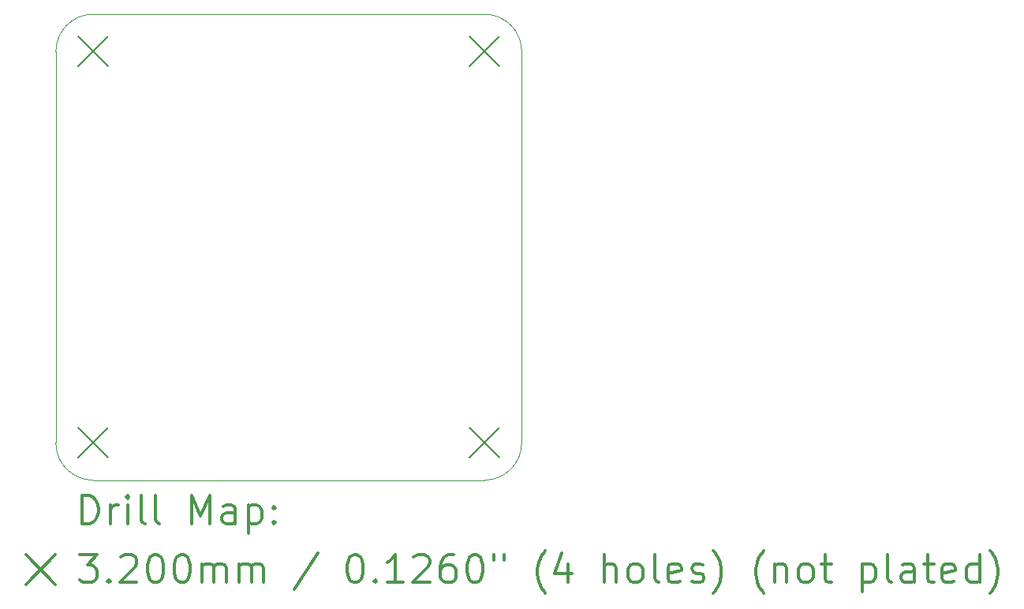
<source format=gbr>
%FSLAX45Y45*%
G04 Gerber Fmt 4.5, Leading zero omitted, Abs format (unit mm)*
G04 Created by KiCad (PCBNEW 5.1.10-88a1d61d58~88~ubuntu20.10.1) date 2021-05-13 20:13:39*
%MOMM*%
%LPD*%
G01*
G04 APERTURE LIST*
%TA.AperFunction,Profile*%
%ADD10C,0.050000*%
%TD*%
%ADD11C,0.200000*%
%ADD12C,0.300000*%
G04 APERTURE END LIST*
D10*
X12600000Y-4000000D02*
G75*
G02*
X13000000Y-4400000I0J-400000D01*
G01*
X13000000Y-8600000D02*
G75*
G02*
X12600000Y-9000000I-400000J0D01*
G01*
X8400000Y-9000000D02*
G75*
G02*
X8000000Y-8600000I0J400000D01*
G01*
X8000000Y-4400000D02*
G75*
G02*
X8400000Y-4000000I400000J0D01*
G01*
X8000000Y-8600000D02*
X8000000Y-4400000D01*
X12600000Y-9000000D02*
X8400000Y-9000000D01*
X13000000Y-4400000D02*
X13000000Y-8600000D01*
X8400000Y-4000000D02*
X12600000Y-4000000D01*
D11*
X8240000Y-4240000D02*
X8560000Y-4560000D01*
X8560000Y-4240000D02*
X8240000Y-4560000D01*
X8240000Y-8440000D02*
X8560000Y-8760000D01*
X8560000Y-8440000D02*
X8240000Y-8760000D01*
X12440000Y-4240000D02*
X12760000Y-4560000D01*
X12760000Y-4240000D02*
X12440000Y-4560000D01*
X12440000Y-8440000D02*
X12760000Y-8760000D01*
X12760000Y-8440000D02*
X12440000Y-8760000D01*
D12*
X8283928Y-9468214D02*
X8283928Y-9168214D01*
X8355357Y-9168214D01*
X8398214Y-9182500D01*
X8426786Y-9211072D01*
X8441071Y-9239643D01*
X8455357Y-9296786D01*
X8455357Y-9339643D01*
X8441071Y-9396786D01*
X8426786Y-9425357D01*
X8398214Y-9453929D01*
X8355357Y-9468214D01*
X8283928Y-9468214D01*
X8583928Y-9468214D02*
X8583928Y-9268214D01*
X8583928Y-9325357D02*
X8598214Y-9296786D01*
X8612500Y-9282500D01*
X8641071Y-9268214D01*
X8669643Y-9268214D01*
X8769643Y-9468214D02*
X8769643Y-9268214D01*
X8769643Y-9168214D02*
X8755357Y-9182500D01*
X8769643Y-9196786D01*
X8783928Y-9182500D01*
X8769643Y-9168214D01*
X8769643Y-9196786D01*
X8955357Y-9468214D02*
X8926786Y-9453929D01*
X8912500Y-9425357D01*
X8912500Y-9168214D01*
X9112500Y-9468214D02*
X9083928Y-9453929D01*
X9069643Y-9425357D01*
X9069643Y-9168214D01*
X9455357Y-9468214D02*
X9455357Y-9168214D01*
X9555357Y-9382500D01*
X9655357Y-9168214D01*
X9655357Y-9468214D01*
X9926786Y-9468214D02*
X9926786Y-9311072D01*
X9912500Y-9282500D01*
X9883928Y-9268214D01*
X9826786Y-9268214D01*
X9798214Y-9282500D01*
X9926786Y-9453929D02*
X9898214Y-9468214D01*
X9826786Y-9468214D01*
X9798214Y-9453929D01*
X9783928Y-9425357D01*
X9783928Y-9396786D01*
X9798214Y-9368214D01*
X9826786Y-9353929D01*
X9898214Y-9353929D01*
X9926786Y-9339643D01*
X10069643Y-9268214D02*
X10069643Y-9568214D01*
X10069643Y-9282500D02*
X10098214Y-9268214D01*
X10155357Y-9268214D01*
X10183928Y-9282500D01*
X10198214Y-9296786D01*
X10212500Y-9325357D01*
X10212500Y-9411072D01*
X10198214Y-9439643D01*
X10183928Y-9453929D01*
X10155357Y-9468214D01*
X10098214Y-9468214D01*
X10069643Y-9453929D01*
X10341071Y-9439643D02*
X10355357Y-9453929D01*
X10341071Y-9468214D01*
X10326786Y-9453929D01*
X10341071Y-9439643D01*
X10341071Y-9468214D01*
X10341071Y-9282500D02*
X10355357Y-9296786D01*
X10341071Y-9311072D01*
X10326786Y-9296786D01*
X10341071Y-9282500D01*
X10341071Y-9311072D01*
X7677500Y-9802500D02*
X7997500Y-10122500D01*
X7997500Y-9802500D02*
X7677500Y-10122500D01*
X8255357Y-9798214D02*
X8441071Y-9798214D01*
X8341071Y-9912500D01*
X8383928Y-9912500D01*
X8412500Y-9926786D01*
X8426786Y-9941072D01*
X8441071Y-9969643D01*
X8441071Y-10041072D01*
X8426786Y-10069643D01*
X8412500Y-10083929D01*
X8383928Y-10098214D01*
X8298214Y-10098214D01*
X8269643Y-10083929D01*
X8255357Y-10069643D01*
X8569643Y-10069643D02*
X8583928Y-10083929D01*
X8569643Y-10098214D01*
X8555357Y-10083929D01*
X8569643Y-10069643D01*
X8569643Y-10098214D01*
X8698214Y-9826786D02*
X8712500Y-9812500D01*
X8741071Y-9798214D01*
X8812500Y-9798214D01*
X8841071Y-9812500D01*
X8855357Y-9826786D01*
X8869643Y-9855357D01*
X8869643Y-9883929D01*
X8855357Y-9926786D01*
X8683928Y-10098214D01*
X8869643Y-10098214D01*
X9055357Y-9798214D02*
X9083928Y-9798214D01*
X9112500Y-9812500D01*
X9126786Y-9826786D01*
X9141071Y-9855357D01*
X9155357Y-9912500D01*
X9155357Y-9983929D01*
X9141071Y-10041072D01*
X9126786Y-10069643D01*
X9112500Y-10083929D01*
X9083928Y-10098214D01*
X9055357Y-10098214D01*
X9026786Y-10083929D01*
X9012500Y-10069643D01*
X8998214Y-10041072D01*
X8983928Y-9983929D01*
X8983928Y-9912500D01*
X8998214Y-9855357D01*
X9012500Y-9826786D01*
X9026786Y-9812500D01*
X9055357Y-9798214D01*
X9341071Y-9798214D02*
X9369643Y-9798214D01*
X9398214Y-9812500D01*
X9412500Y-9826786D01*
X9426786Y-9855357D01*
X9441071Y-9912500D01*
X9441071Y-9983929D01*
X9426786Y-10041072D01*
X9412500Y-10069643D01*
X9398214Y-10083929D01*
X9369643Y-10098214D01*
X9341071Y-10098214D01*
X9312500Y-10083929D01*
X9298214Y-10069643D01*
X9283928Y-10041072D01*
X9269643Y-9983929D01*
X9269643Y-9912500D01*
X9283928Y-9855357D01*
X9298214Y-9826786D01*
X9312500Y-9812500D01*
X9341071Y-9798214D01*
X9569643Y-10098214D02*
X9569643Y-9898214D01*
X9569643Y-9926786D02*
X9583928Y-9912500D01*
X9612500Y-9898214D01*
X9655357Y-9898214D01*
X9683928Y-9912500D01*
X9698214Y-9941072D01*
X9698214Y-10098214D01*
X9698214Y-9941072D02*
X9712500Y-9912500D01*
X9741071Y-9898214D01*
X9783928Y-9898214D01*
X9812500Y-9912500D01*
X9826786Y-9941072D01*
X9826786Y-10098214D01*
X9969643Y-10098214D02*
X9969643Y-9898214D01*
X9969643Y-9926786D02*
X9983928Y-9912500D01*
X10012500Y-9898214D01*
X10055357Y-9898214D01*
X10083928Y-9912500D01*
X10098214Y-9941072D01*
X10098214Y-10098214D01*
X10098214Y-9941072D02*
X10112500Y-9912500D01*
X10141071Y-9898214D01*
X10183928Y-9898214D01*
X10212500Y-9912500D01*
X10226786Y-9941072D01*
X10226786Y-10098214D01*
X10812500Y-9783929D02*
X10555357Y-10169643D01*
X11198214Y-9798214D02*
X11226786Y-9798214D01*
X11255357Y-9812500D01*
X11269643Y-9826786D01*
X11283928Y-9855357D01*
X11298214Y-9912500D01*
X11298214Y-9983929D01*
X11283928Y-10041072D01*
X11269643Y-10069643D01*
X11255357Y-10083929D01*
X11226786Y-10098214D01*
X11198214Y-10098214D01*
X11169643Y-10083929D01*
X11155357Y-10069643D01*
X11141071Y-10041072D01*
X11126786Y-9983929D01*
X11126786Y-9912500D01*
X11141071Y-9855357D01*
X11155357Y-9826786D01*
X11169643Y-9812500D01*
X11198214Y-9798214D01*
X11426786Y-10069643D02*
X11441071Y-10083929D01*
X11426786Y-10098214D01*
X11412500Y-10083929D01*
X11426786Y-10069643D01*
X11426786Y-10098214D01*
X11726786Y-10098214D02*
X11555357Y-10098214D01*
X11641071Y-10098214D02*
X11641071Y-9798214D01*
X11612500Y-9841072D01*
X11583928Y-9869643D01*
X11555357Y-9883929D01*
X11841071Y-9826786D02*
X11855357Y-9812500D01*
X11883928Y-9798214D01*
X11955357Y-9798214D01*
X11983928Y-9812500D01*
X11998214Y-9826786D01*
X12012500Y-9855357D01*
X12012500Y-9883929D01*
X11998214Y-9926786D01*
X11826786Y-10098214D01*
X12012500Y-10098214D01*
X12269643Y-9798214D02*
X12212500Y-9798214D01*
X12183928Y-9812500D01*
X12169643Y-9826786D01*
X12141071Y-9869643D01*
X12126786Y-9926786D01*
X12126786Y-10041072D01*
X12141071Y-10069643D01*
X12155357Y-10083929D01*
X12183928Y-10098214D01*
X12241071Y-10098214D01*
X12269643Y-10083929D01*
X12283928Y-10069643D01*
X12298214Y-10041072D01*
X12298214Y-9969643D01*
X12283928Y-9941072D01*
X12269643Y-9926786D01*
X12241071Y-9912500D01*
X12183928Y-9912500D01*
X12155357Y-9926786D01*
X12141071Y-9941072D01*
X12126786Y-9969643D01*
X12483928Y-9798214D02*
X12512500Y-9798214D01*
X12541071Y-9812500D01*
X12555357Y-9826786D01*
X12569643Y-9855357D01*
X12583928Y-9912500D01*
X12583928Y-9983929D01*
X12569643Y-10041072D01*
X12555357Y-10069643D01*
X12541071Y-10083929D01*
X12512500Y-10098214D01*
X12483928Y-10098214D01*
X12455357Y-10083929D01*
X12441071Y-10069643D01*
X12426786Y-10041072D01*
X12412500Y-9983929D01*
X12412500Y-9912500D01*
X12426786Y-9855357D01*
X12441071Y-9826786D01*
X12455357Y-9812500D01*
X12483928Y-9798214D01*
X12698214Y-9798214D02*
X12698214Y-9855357D01*
X12812500Y-9798214D02*
X12812500Y-9855357D01*
X13255357Y-10212500D02*
X13241071Y-10198214D01*
X13212500Y-10155357D01*
X13198214Y-10126786D01*
X13183928Y-10083929D01*
X13169643Y-10012500D01*
X13169643Y-9955357D01*
X13183928Y-9883929D01*
X13198214Y-9841072D01*
X13212500Y-9812500D01*
X13241071Y-9769643D01*
X13255357Y-9755357D01*
X13498214Y-9898214D02*
X13498214Y-10098214D01*
X13426786Y-9783929D02*
X13355357Y-9998214D01*
X13541071Y-9998214D01*
X13883928Y-10098214D02*
X13883928Y-9798214D01*
X14012500Y-10098214D02*
X14012500Y-9941072D01*
X13998214Y-9912500D01*
X13969643Y-9898214D01*
X13926786Y-9898214D01*
X13898214Y-9912500D01*
X13883928Y-9926786D01*
X14198214Y-10098214D02*
X14169643Y-10083929D01*
X14155357Y-10069643D01*
X14141071Y-10041072D01*
X14141071Y-9955357D01*
X14155357Y-9926786D01*
X14169643Y-9912500D01*
X14198214Y-9898214D01*
X14241071Y-9898214D01*
X14269643Y-9912500D01*
X14283928Y-9926786D01*
X14298214Y-9955357D01*
X14298214Y-10041072D01*
X14283928Y-10069643D01*
X14269643Y-10083929D01*
X14241071Y-10098214D01*
X14198214Y-10098214D01*
X14469643Y-10098214D02*
X14441071Y-10083929D01*
X14426786Y-10055357D01*
X14426786Y-9798214D01*
X14698214Y-10083929D02*
X14669643Y-10098214D01*
X14612500Y-10098214D01*
X14583928Y-10083929D01*
X14569643Y-10055357D01*
X14569643Y-9941072D01*
X14583928Y-9912500D01*
X14612500Y-9898214D01*
X14669643Y-9898214D01*
X14698214Y-9912500D01*
X14712500Y-9941072D01*
X14712500Y-9969643D01*
X14569643Y-9998214D01*
X14826786Y-10083929D02*
X14855357Y-10098214D01*
X14912500Y-10098214D01*
X14941071Y-10083929D01*
X14955357Y-10055357D01*
X14955357Y-10041072D01*
X14941071Y-10012500D01*
X14912500Y-9998214D01*
X14869643Y-9998214D01*
X14841071Y-9983929D01*
X14826786Y-9955357D01*
X14826786Y-9941072D01*
X14841071Y-9912500D01*
X14869643Y-9898214D01*
X14912500Y-9898214D01*
X14941071Y-9912500D01*
X15055357Y-10212500D02*
X15069643Y-10198214D01*
X15098214Y-10155357D01*
X15112500Y-10126786D01*
X15126786Y-10083929D01*
X15141071Y-10012500D01*
X15141071Y-9955357D01*
X15126786Y-9883929D01*
X15112500Y-9841072D01*
X15098214Y-9812500D01*
X15069643Y-9769643D01*
X15055357Y-9755357D01*
X15598214Y-10212500D02*
X15583928Y-10198214D01*
X15555357Y-10155357D01*
X15541071Y-10126786D01*
X15526786Y-10083929D01*
X15512500Y-10012500D01*
X15512500Y-9955357D01*
X15526786Y-9883929D01*
X15541071Y-9841072D01*
X15555357Y-9812500D01*
X15583928Y-9769643D01*
X15598214Y-9755357D01*
X15712500Y-9898214D02*
X15712500Y-10098214D01*
X15712500Y-9926786D02*
X15726786Y-9912500D01*
X15755357Y-9898214D01*
X15798214Y-9898214D01*
X15826786Y-9912500D01*
X15841071Y-9941072D01*
X15841071Y-10098214D01*
X16026786Y-10098214D02*
X15998214Y-10083929D01*
X15983928Y-10069643D01*
X15969643Y-10041072D01*
X15969643Y-9955357D01*
X15983928Y-9926786D01*
X15998214Y-9912500D01*
X16026786Y-9898214D01*
X16069643Y-9898214D01*
X16098214Y-9912500D01*
X16112500Y-9926786D01*
X16126786Y-9955357D01*
X16126786Y-10041072D01*
X16112500Y-10069643D01*
X16098214Y-10083929D01*
X16069643Y-10098214D01*
X16026786Y-10098214D01*
X16212500Y-9898214D02*
X16326786Y-9898214D01*
X16255357Y-9798214D02*
X16255357Y-10055357D01*
X16269643Y-10083929D01*
X16298214Y-10098214D01*
X16326786Y-10098214D01*
X16655357Y-9898214D02*
X16655357Y-10198214D01*
X16655357Y-9912500D02*
X16683928Y-9898214D01*
X16741071Y-9898214D01*
X16769643Y-9912500D01*
X16783928Y-9926786D01*
X16798214Y-9955357D01*
X16798214Y-10041072D01*
X16783928Y-10069643D01*
X16769643Y-10083929D01*
X16741071Y-10098214D01*
X16683928Y-10098214D01*
X16655357Y-10083929D01*
X16969643Y-10098214D02*
X16941071Y-10083929D01*
X16926786Y-10055357D01*
X16926786Y-9798214D01*
X17212500Y-10098214D02*
X17212500Y-9941072D01*
X17198214Y-9912500D01*
X17169643Y-9898214D01*
X17112500Y-9898214D01*
X17083928Y-9912500D01*
X17212500Y-10083929D02*
X17183928Y-10098214D01*
X17112500Y-10098214D01*
X17083928Y-10083929D01*
X17069643Y-10055357D01*
X17069643Y-10026786D01*
X17083928Y-9998214D01*
X17112500Y-9983929D01*
X17183928Y-9983929D01*
X17212500Y-9969643D01*
X17312500Y-9898214D02*
X17426786Y-9898214D01*
X17355357Y-9798214D02*
X17355357Y-10055357D01*
X17369643Y-10083929D01*
X17398214Y-10098214D01*
X17426786Y-10098214D01*
X17641071Y-10083929D02*
X17612500Y-10098214D01*
X17555357Y-10098214D01*
X17526786Y-10083929D01*
X17512500Y-10055357D01*
X17512500Y-9941072D01*
X17526786Y-9912500D01*
X17555357Y-9898214D01*
X17612500Y-9898214D01*
X17641071Y-9912500D01*
X17655357Y-9941072D01*
X17655357Y-9969643D01*
X17512500Y-9998214D01*
X17912500Y-10098214D02*
X17912500Y-9798214D01*
X17912500Y-10083929D02*
X17883928Y-10098214D01*
X17826786Y-10098214D01*
X17798214Y-10083929D01*
X17783928Y-10069643D01*
X17769643Y-10041072D01*
X17769643Y-9955357D01*
X17783928Y-9926786D01*
X17798214Y-9912500D01*
X17826786Y-9898214D01*
X17883928Y-9898214D01*
X17912500Y-9912500D01*
X18026786Y-10212500D02*
X18041071Y-10198214D01*
X18069643Y-10155357D01*
X18083928Y-10126786D01*
X18098214Y-10083929D01*
X18112500Y-10012500D01*
X18112500Y-9955357D01*
X18098214Y-9883929D01*
X18083928Y-9841072D01*
X18069643Y-9812500D01*
X18041071Y-9769643D01*
X18026786Y-9755357D01*
M02*

</source>
